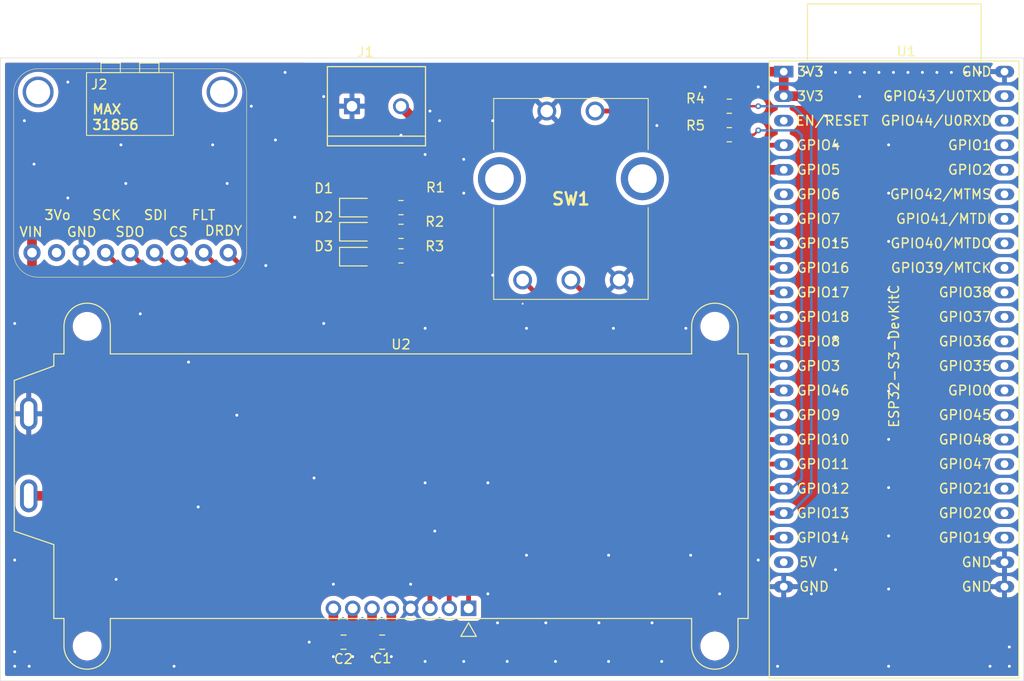
<source format=kicad_pcb>
(kicad_pcb (version 20241229) (generator "pcbnew") (generator_version "9.0")
  (title_block (title "Tube Furnace PCB") (date "2025-03-26") (rev "v2") (company "Waterloo Hacker Fab"))
  (layers (0 "F.Cu" signal) (2 "B.Cu" signal) (13 "F.Paste" user) (15 "B.Paste" user) (5 "F.SilkS" user "F.Silkscreen") (7 "B.SilkS" user "B.Silkscreen") (1 "F.Mask" user) (3 "B.Mask" user) (25 "Edge.Cuts" user))
  (net 0 "")
  (net 1 "GND")
  (net 2 "+3.3V")
  (net 3 "+5V")
  (net 4 "/SSR_PWM")
  (net 5 "Net-(D3-A)")
  (net 6 "Net-(D2-A)")
  (net 7 "Net-(D1-A)")
  (net 8 "Net-(U2-VOUT)")
  (net 9 "Net-(U2-C1+)")
  (net 10 "Net-(U2-C1-)")
  (net 11 "/SCL")
  (net 12 "/SDA")
  (net 13 "/ENC_B")
  (net 14 "/ENC_A")
  (net 15 "/ENC_SW")
  (net 16 "/MAX_SDO")
  (net 17 "/MAX_SCK")
  (net 18 "/MAX_DRDY")
  (net 19 "/MAX_3.3VOUT")
  (net 20 "/MAX_SDI")
  (net 21 "/MAX_CS")
  (net 22 "/MAX_FAULT")
  (net 23 "/DISPLAY_RST")
  (net 24 "/LED_1")
  (net 25 "/LED_2")
  (net 26 "/LED_3")
  (footprint "Diode_SMD:D_0805_2012Metric_Pad1.15x1.40mm_HandSolder" (layer "F.Cu") (at 121 76.5)
    (property "Reference" "D2" (hide yes))
    (property "Value" "LED")
    (fp_line (start -1.86 -0.96) (end -1.86 0.96) (stroke (width 0.12)) (layer "F.SilkS"))
    (fp_line (start -1.86 0.96) (end 1 0.96) (stroke (width 0.12)) (layer "F.SilkS"))
    (fp_line (start 1 -0.96) (end -1.86 -0.96) (stroke (width 0.12)) (layer "F.SilkS"))
    (pad "1" smd roundrect (at -1.025 0) (size 1.15 1.4) (layers "F.Cu" "F.Mask" "F.Paste") (roundrect_rratio 0.217391) (net 1 "GND"))
    (pad "2" smd roundrect (at 1.025 0) (size 1.15 1.4) (layers "F.Cu" "F.Mask" "F.Paste") (roundrect_rratio 0.217391) (net 6 "Net-(D2-A)"))
  )
  (footprint "phoenix_footprints:TE_282837-2" (layer "F.Cu") (at 122.96 63.5)
    (property "Reference" "J1" (at -1.127255 -5.614945 0) (layer "F.SilkS") (effects (font (size 1.002039 1.002039))))
    (property "Value" "Screw_Terminal_01x02")
    (fp_line (start -5.08 -4.1) (end 5.08 -4.1) (stroke (width 0.127)) (layer "F.SilkS"))
    (fp_line (start -5.08 3.1) (end -5.08 -4.1) (stroke (width 0.127)) (layer "F.SilkS"))
    (fp_line (start -5.08 3.1) (end 5.08 3.1) (stroke (width 0.127)) (layer "F.SilkS"))
    (fp_line (start -5.08 4.1) (end -5.08 3.1) (stroke (width 0.127)) (layer "F.SilkS"))
    (fp_line (start 5.08 -4.1) (end 5.08 3.1) (stroke (width 0.127)) (layer "F.SilkS"))
    (fp_line (start 5.08 3.1) (end 5.08 4.1) (stroke (width 0.127)) (layer "F.SilkS"))
    (fp_line (start 5.08 4.1) (end -5.08 4.1) (stroke (width 0.127)) (layer "F.SilkS"))
    (pad "1" thru_hole rect (at -2.54 0) (size 1.65 1.65) (drill 1.1) (layers "*.Cu" "*.Mask") (net 1 "GND"))
    (pad "2" thru_hole circle (at 2.54 0) (size 1.65 1.65) (drill 1.1) (layers "*.Cu" "*.Mask") (net 4 "/SSR_PWM"))
  )
  (footprint "Capacitor_SMD:C_0805_2012Metric" (layer "F.Cu") (at 123.55 119 180)
    (property "Reference" "C1" (at 0 -1.68 0) (layer "F.SilkS"))
    (property "Value" "1uF")
    (fp_line (start -0.261252 0.735) (end 0.261252 0.735) (stroke (width 0.12)) (layer "F.SilkS"))
    (fp_line (start -0.261252 -0.735) (end 0.261252 -0.735) (stroke (width 0.12)) (layer "F.SilkS"))
    (pad "1" smd roundrect (at -0.95 0 180) (size 1 1.45) (layers "F.Cu" "F.Mask" "F.Paste") (net 2 "+3.3V"))
    (pad "2" smd roundrect (at 0.95 0 180) (size 1 1.45) (layers "F.Cu" "F.Mask" "F.Paste") (net 8 "Net-(U2-VOUT)"))
  )
  (footprint "Resistor_SMD:R_0805_2012Metric_Pad1.20x1.40mm_HandSolder" (layer "F.Cu") (at 125.5 76.46 180)
    (property "Reference" "R2" (at -3.5 1 0) (layer "F.SilkS"))
    (property "Value" "220")
    (fp_line (start -0.227064 0.735) (end 0.227064 0.735) (stroke (width 0.12)) (layer "F.SilkS"))
    (fp_line (start -0.227064 -0.735) (end 0.227064 -0.735) (stroke (width 0.12)) (layer "F.SilkS"))
    (pad "1" smd roundrect (at -1 0 180) (size 1.2 1.4) (layers "F.Cu" "F.Mask" "F.Paste") (roundrect_rratio 0.208333) (net 25 "/LED_2"))
    (pad "2" smd roundrect (at 1 0 180) (size 1.2 1.4) (layers "F.Cu" "F.Mask" "F.Paste") (roundrect_rratio 0.208333) (net 6 "Net-(D2-A)"))
  )
  (footprint "Capacitor_SMD:C_0805_2012Metric" (layer "F.Cu") (at 119.55 119 180)
    (property "Reference" "C2" (at 0.008519 -1.745267 0) (layer "F.SilkS"))
    (property "Value" "1uF")
    (fp_line (start -0.261252 0.735) (end 0.261252 0.735) (stroke (width 0.12)) (layer "F.SilkS"))
    (fp_line (start -0.261252 -0.735) (end 0.261252 -0.735) (stroke (width 0.12)) (layer "F.SilkS"))
    (pad "1" smd roundrect (at -0.95 0 180) (size 1 1.45) (layers "F.Cu" "F.Mask" "F.Paste") (net 9 "Net-(U2-C1+)"))
    (pad "2" smd roundrect (at 0.95 0 180) (size 1 1.45) (layers "F.Cu" "F.Mask" "F.Paste") (net 10 "Net-(U2-C1-)"))
  )
  (footprint "Resistor_SMD:R_0805_2012Metric_Pad1.20x1.40mm_HandSolder" (layer "F.Cu") (at 125.5 79 180)
    (property "Reference" "R3" (at -3.5 1 0) (layer "F.SilkS"))
    (property "Value" "220")
    (fp_line (start -0.227064 0.735) (end 0.227064 0.735) (stroke (width 0.12)) (layer "F.SilkS"))
    (fp_line (start -0.227064 -0.735) (end 0.227064 -0.735) (stroke (width 0.12)) (layer "F.SilkS"))
    (pad "1" smd roundrect (at -1 0 180) (size 1.2 1.4) (layers "F.Cu" "F.Mask" "F.Paste") (roundrect_rratio 0.208333) (net 26 "/LED_3"))
    (pad "2" smd roundrect (at 1 0 180) (size 1.2 1.4) (layers "F.Cu" "F.Mask" "F.Paste") (roundrect_rratio 0.208333) (net 5 "Net-(D3-A)"))
  )
  (footprint "!footprints:PEC164120FS0012" (layer "F.Cu") (at 138.1 81.5)
    (property "Reference" "SW1" (at 5 -8.4 0) (layer "F.SilkS") (effects (font (size 1.27 1.27) (thickness 0.254))))
    (property "Value" "RotaryEncoder_Switch" (hide yes))
    (fp_line (start -3 -18.8) (end -3 -13.5) (stroke (width 0.1)) (layer "F.SilkS"))
    (fp_line (start -3 -7.5) (end -3 2) (stroke (width 0.1)) (layer "F.SilkS"))
    (fp_line (start -3 2) (end 13 2) (stroke (width 0.1)) (layer "F.SilkS"))
    (fp_line (start 0 2.4) (end 0 2.4) (stroke (width 0.1)) (layer "F.SilkS"))
    (fp_line (start 0 2.5) (end 0 2.5) (stroke (width 0.1)) (layer "F.SilkS"))
    (fp_line (start 13 -18.8) (end -3 -18.8) (stroke (width 0.1)) (layer "F.SilkS"))
    (fp_line (start 13 -13.5) (end 13 -18.8) (stroke (width 0.1)) (layer "F.SilkS"))
    (fp_line (start 13 2) (end 13 -7.5) (stroke (width 0.1)) (layer "F.SilkS"))
    (fp_arc (start 0 2.4) (mid 0.05 2.45) (end 0 2.5) (stroke (width 0.1)) (layer "F.SilkS"))
    (fp_arc (start 0 2.5) (mid -0.05 2.45) (end 0 2.4) (stroke (width 0.1)) (layer "F.SilkS"))
    (pad "A" thru_hole circle (at 0 0) (size 1.95 1.95) (drill 1.3) (layers "*.Cu" "*.Mask") (net 14 "/ENC_A"))
    (pad "B" thru_hole circle (at 5 0) (size 1.95 1.95) (drill 1.3) (layers "*.Cu" "*.Mask") (net 13 "/ENC_B"))
    (pad "C" thru_hole circle (at 10 0) (size 1.95 1.95) (drill 1.3) (layers "*.Cu" "*.Mask") (net 1 "GND"))
    (pad "MH1" thru_hole circle (at -2.4 -10.5) (size 4.46 4.46) (drill 2.9732) (layers "*.Cu" "*.Mask"))
    (pad "MH2" thru_hole circle (at 12.4 -10.5) (size 4.46 4.46) (drill 2.9732) (layers "*.Cu" "*.Mask"))
    (pad "S1" thru_hole circle (at 2.5 -17.5) (size 1.95 1.95) (drill 1.3) (layers "*.Cu" "*.Mask") (net 1 "GND"))
    (pad "S2" thru_hole circle (at 7.5 -17.5) (size 1.95 1.95) (drill 1.3) (layers "*.Cu" "*.Mask") (net 15 "/ENC_SW"))
  )
  (footprint "Diode_SMD:D_0805_2012Metric_Pad1.15x1.40mm_HandSolder" (layer "F.Cu") (at 121 79.08)
    (property "Reference" "D3" (hide yes))
    (property "Value" "LED")
    (fp_line (start -1.86 -0.96) (end -1.86 0.96) (stroke (width 0.12)) (layer "F.SilkS"))
    (fp_line (start -1.86 0.96) (end 1 0.96) (stroke (width 0.12)) (layer "F.SilkS"))
    (fp_line (start 1 -0.96) (end -1.86 -0.96) (stroke (width 0.12)) (layer "F.SilkS"))
    (pad "1" smd roundrect (at -1.025 0) (size 1.15 1.4) (layers "F.Cu" "F.Mask" "F.Paste") (roundrect_rratio 0.217391) (net 1 "GND"))
    (pad "2" smd roundrect (at 1.025 0) (size 1.15 1.4) (layers "F.Cu" "F.Mask" "F.Paste") (roundrect_rratio 0.217391) (net 5 "Net-(D3-A)"))
  )
  (footprint "Resistor_SMD:R_0805_2012Metric_Pad1.20x1.40mm_HandSolder" (layer "F.Cu") (at 159.5 66.45)
    (property "Reference" "R5" (at -3.5 -0.95 0) (layer "F.SilkS"))
    (property "Value" "4.7k")
    (fp_line (start -0.227064 -0.735) (end 0.227064 -0.735) (stroke (width 0.12)) (layer "F.SilkS"))
    (fp_line (start -0.227064 0.735) (end 0.227064 0.735) (stroke (width 0.12)) (layer "F.SilkS"))
    (pad "1" smd roundrect (at -1 0) (size 1.2 1.4) (layers "F.Cu" "F.Mask" "F.Paste") (roundrect_rratio 0.208333) (net 2 "+3.3V"))
    (pad "2" smd roundrect (at 1 0) (size 1.2 1.4) (layers "F.Cu" "F.Mask" "F.Paste") (roundrect_rratio 0.208333) (net 12 "/SDA"))
  )
  (footprint "Resistor_SMD:R_0805_2012Metric_Pad1.20x1.40mm_HandSolder" (layer "F.Cu") (at 159.5 63.5)
    (property "Reference" "R4" (at -3.5 -0.8 0) (layer "F.SilkS"))
    (property "Value" "4.7k")
    (fp_line (start -0.227064 -0.735) (end 0.227064 -0.735) (stroke (width 0.12)) (layer "F.SilkS"))
    (fp_line (start -0.227064 0.735) (end 0.227064 0.735) (stroke (width 0.12)) (layer "F.SilkS"))
    (pad "1" smd roundrect (at -1 0) (size 1.2 1.4) (layers "F.Cu" "F.Mask" "F.Paste") (roundrect_rratio 0.208333) (net 2 "+3.3V"))
    (pad "2" smd roundrect (at 1 0) (size 1.2 1.4) (layers "F.Cu" "F.Mask" "F.Paste") (roundrect_rratio 0.208333) (net 11 "/SCL"))
  )
  (footprint "Diode_SMD:D_0805_2012Metric_Pad1.15x1.40mm_HandSolder" (layer "F.Cu") (at 121 74)
    (property "Reference" "D1" (hide yes))
    (property "Value" "LED")
    (fp_line (start -1.86 -0.96) (end -1.86 0.96) (stroke (width 0.12)) (layer "F.SilkS"))
    (fp_line (start -1.86 0.96) (end 1 0.96) (stroke (width 0.12)) (layer "F.SilkS"))
    (fp_line (start 1 -0.96) (end -1.86 -0.96) (stroke (width 0.12)) (layer "F.SilkS"))
    (pad "1" smd roundrect (at -1.025 0) (size 1.15 1.4) (layers "F.Cu" "F.Mask" "F.Paste") (roundrect_rratio 0.217391) (net 1 "GND"))
    (pad "2" smd roundrect (at 1.025 0) (size 1.15 1.4) (layers "F.Cu" "F.Mask" "F.Paste") (roundrect_rratio 0.217391) (net 7 "Net-(D1-A)"))
  )
  (footprint "Display:NHD-C0220BiZ" (layer "F.Cu") (at 125.5 99.6)
    (property "Reference" "U2" (at 0 -11.43 0) (layer "F.SilkS"))
    (property "Value" "NHD-C0220BIZ")
    (fp_line (start -40.05 -7.7) (end -40.05 7.9) (stroke (width 0.12)) (layer "F.SilkS"))
    (fp_line (start -40.05 7.9) (end -35.95 9.3) (stroke (width 0.12)) (layer "F.SilkS"))
    (fp_line (start -35.95 -10.45) (end -35.95 -9.2) (stroke (width 0.12)) (layer "F.SilkS"))
    (fp_line (start -35.95 -9.2) (end -40.05 -7.7) (stroke (width 0.12)) (layer "F.SilkS"))
    (fp_line (start -35.95 9.3) (end -35.95 16.95) (stroke (width 0.12)) (layer "F.SilkS"))
    (fp_line (start -35.95 16.95) (end -34.9 16.95) (stroke (width 0.12)) (layer "F.SilkS"))
    (fp_line (start -34.9 -13.3) (end -34.9 -10.45) (stroke (width 0.12)) (layer "F.SilkS"))
    (fp_line (start -34.9 -10.45) (end -35.95 -10.45) (stroke (width 0.12)) (layer "F.SilkS"))
    (fp_line (start -34.9 16.95) (end -34.9 19.8) (stroke (width 0.12)) (layer "F.SilkS"))
    (fp_line (start -30.1 -10.45) (end -30.1 -13.3) (stroke (width 0.12)) (layer "F.SilkS"))
    (fp_line (start -30.1 16.95) (end 30.1 16.95) (stroke (width 0.12)) (layer "F.SilkS"))
    (fp_line (start -30.1 19.8) (end -30.1 16.95) (stroke (width 0.12)) (layer "F.SilkS"))
    (fp_line (start 6.2 18.8) (end 7 17.4) (stroke (width 0.12)) (layer "F.SilkS"))
    (fp_line (start 6.2 18.8) (end 7.8 18.8) (stroke (width 0.12)) (layer "F.SilkS"))
    (fp_line (start 7 17.4) (end 7.8 18.8) (stroke (width 0.12)) (layer "F.SilkS"))
    (fp_line (start 30.1 -13.3) (end 30.1 -10.45) (stroke (width 0.12)) (layer "F.SilkS"))
    (fp_line (start 30.1 -10.45) (end -30.1 -10.45) (stroke (width 0.12)) (layer "F.SilkS"))
    (fp_line (start 30.1 16.95) (end 30.1 19.8) (stroke (width 0.12)) (layer "F.SilkS"))
    (fp_line (start 34.9 -10.45) (end 34.9 -13.3) (stroke (width 0.12)) (layer "F.SilkS"))
    (fp_line (start 34.9 16.95) (end 35.95 16.95) (stroke (width 0.12)) (layer "F.SilkS"))
    (fp_line (start 34.9 19.8) (end 34.9 16.95) (stroke (width 0.12)) (layer "F.SilkS"))
    (fp_line (start 35.95 -10.45) (end 34.9 -10.45) (stroke (width 0.12)) (layer "F.SilkS"))
    (fp_line (start 35.95 16.95) (end 35.95 -10.45) (stroke (width 0.12)) (layer "F.SilkS"))
    (fp_arc (start -34.9 -13.3) (mid -32.5 -15.7) (end -30.1 -13.3) (stroke (width 0.12)) (layer "F.SilkS"))
    (fp_arc (start -30.1 19.8) (mid -32.5 22.2) (end -34.9 19.8) (stroke (width 0.12)) (layer "F.SilkS"))
    (fp_arc (start 30.1 -13.3) (mid 32.5 -15.7) (end 34.9 -13.3) (stroke (width 0.12)) (layer "F.SilkS"))
    (fp_arc (start 34.9 19.8) (mid 32.5 22.2) (end 30.1 19.8) (stroke (width 0.12)) (layer "F.SilkS"))
    (pad "" np_thru_hole circle (at -32.5 -13.3) (size 2.5 2.5) (drill 2.5) (layers "*.Cu" "*.Mask"))
    (pad "" np_thru_hole circle (at -32.5 19.8) (size 2.5 2.5) (drill 2.5) (layers "*.Cu" "*.Mask"))
    (pad "" np_thru_hole circle (at 32.5 -13.3) (size 2.5 2.5) (drill 2.5) (layers "*.Cu" "*.Mask"))
    (pad "" np_thru_hole circle (at 32.5 19.8) (size 2.5 2.5) (drill 2.5) (layers "*.Cu" "*.Mask"))
    (pad "1" thru_hole rect (at 7 15.9) (size 1.6 1.6) (drill 1) (layers "*.Cu" "*.Mask") (net 23 "/DISPLAY_RST"))
    (pad "2" thru_hole circle (at 5 15.9) (size 1.6 1.6) (drill 1) (layers "*.Cu" "*.Mask") (net 11 "/SCL"))
    (pad "3" thru_hole circle (at 3 15.9) (size 1.6 1.6) (drill 1) (layers "*.Cu" "*.Mask") (net 12 "/SDA"))
    (pad "4" thru_hole circle (at 1 15.9) (size 1.6 1.6) (drill 1) (layers "*.Cu" "*.Mask") (net 1 "GND"))
    (pad "5" thru_hole circle (at -1 15.9) (size 1.6 1.6) (drill 1) (layers "*.Cu" "*.Mask") (net 2 "+3.3V"))
    (pad "6" thru_hole circle (at -3 15.9) (size 1.6 1.6) (drill 1) (layers "*.Cu" "*.Mask") (net 8 "Net-(U2-VOUT)"))
    (pad "7" thru_hole circle (at -5 15.9) (size 1.6 1.6) (drill 1) (layers "*.Cu" "*.Mask") (net 9 "Net-(U2-C1+)"))
    (pad "8" thru_hole circle (at -7 15.9) (size 1.6 1.6) (drill 1) (layers "*.Cu" "*.Mask") (net 10 "Net-(U2-C1-)"))
    (pad "9" thru_hole oval (at -38.55 4.25) (size 1.8 3.4) (drill oval 1 2.6) (layers "*.Cu" "*.Mask") (net 2 "+3.3V"))
    (pad "10" thru_hole oval (at -38.55 -4.25) (size 1.8 3.4) (drill oval 1 2.6) (layers "*.Cu" "*.Mask") (net 1 "GND"))
  )
  (footprint "PCM_Espressif:ESP32-S3-DevKitC" (layer "F.Cu") (at 165.14 59.92)
    (property "Reference" "U1" (at 12.7 -2.1 0) (layer "F.SilkS"))
    (property "Value" "ESP32-S3-DevKitC" (at 11.42632 29.46128 90) (layer "F.SilkS"))
    (fp_line (start -1.5 62.79728) (end 24.359999 62.79728) (stroke (width 0.12)) (layer "F.SilkS"))
    (fp_line (start -1.499999 -1.1) (end -1.5 62.79728) (stroke (width 0.12)) (layer "F.SilkS"))
    (fp_line (start 2.46012 -7.01312) (end 20.44332 -7.01312) (stroke (width 0.12)) (layer "F.SilkS"))
    (fp_line (start 2.46012 -1.12032) (end 2.46012 -7.01312) (stroke (width 0.12)) (layer "F.SilkS"))
    (fp_line (start 20.44332 -7.01312) (end 20.44332 -1.12032) (stroke (width 0.12)) (layer "F.SilkS"))
    (fp_line (start 24.359999 62.79728) (end 24.36 -1.1) (stroke (width 0.12)) (layer "F.SilkS"))
    (fp_line (start 24.36 -1.1) (end -1.499999 -1.1) (stroke (width 0.12)) (layer "F.SilkS"))
    (fp_text user "GPIO47" (at 21.59 40.64 0) (layer "F.SilkS") (effects (justify right)))
    (fp_text user "3V3" (at 1.27 0 0) (layer "F.SilkS") (effects (justify left)))
    (fp_text user "GPIO18" (at 1.27 25.4 0) (layer "F.SilkS") (effects (justify left)))
    (fp_text user "GND" (at 1.52032 53.33728 0) (layer "F.SilkS") (effects (justify left)))
    (fp_text user "GPIO12" (at 1.27 43.18 0) (layer "F.SilkS") (effects (justify left)))
    (fp_text user "GPIO11" (at 1.27 40.64 0) (layer "F.SilkS") (effects (justify left)))
    (fp_text user "GPIO48" (at 21.59 38.1 0) (layer "F.SilkS") (effects (justify right)))
    (fp_text user "GPIO2" (at 21.59 10.16 0) (layer "F.SilkS") (effects (justify right)))
    (fp_text user "GPIO36" (at 21.59 27.94 0) (layer "F.SilkS") (effects (justify right)))
    (fp_text user "3V3" (at 1.27 2.54 0) (layer "F.SilkS") (effects (justify left)))
    (fp_text user "GPIO40/MTDO" (at 21.59 17.78 0) (layer "F.SilkS") (effects (justify right)))
    (fp_text user "GPIO9" (at 1.27 35.56 0) (layer "F.SilkS") (effects (justify left)))
    (fp_text user "GND" (at 21.59 50.8 0) (layer "F.SilkS") (effects (justify right)))
    (fp_text user "GPIO17" (at 1.27 22.86 0) (layer "F.SilkS") (effects (justify left)))
    (fp_text user "GPIO21" (at 21.59 43.18 0) (layer "F.SilkS") (effects (justify right)))
    (fp_text user "GPIO6" (at 1.27 12.7 0) (layer "F.SilkS") (effects (justify left)))
    (fp_text user "GPIO5" (at 1.27 10.16 0) (layer "F.SilkS") (effects (justify left)))
    (fp_text user "GPIO19" (at 21.59 48.26 0) (layer "F.SilkS") (effects (justify right)))
    (fp_text user "GPIO37" (at 21.59 25.4 0) (layer "F.SilkS") (effects (justify right)))
    (fp_text user "GPIO20" (at 21.59 45.72 0) (layer "F.SilkS") (effects (justify right)))
    (fp_text user "GPIO38" (at 21.59 22.86 0) (layer "F.SilkS") (effects (justify right)))
    (fp_text user "GPIO7" (at 1.27 15.24 0) (layer "F.SilkS") (effects (justify left)))
    (fp_text user "GPIO39/MTCK" (at 21.59 20.32 0) (layer "F.SilkS") (effects (justify right)))
    (fp_text user "5V" (at 1.52032 50.79728 0) (layer "F.SilkS") (effects (justify left)))
    (fp_text user "GPIO44/U0RXD" (at 21.59 5.08 0) (layer "F.SilkS") (effects (justify right)))
    (fp_text user "GPIO0" (at 21.59 33.02 0) (layer "F.SilkS") (effects (justify right)))
    (fp_text user "GND" (at 21.59 0 0) (layer "F.SilkS") (effects (justify right)))
    (fp_text user "GPIO42/MTMS" (at 21.59 12.7 0) (layer "F.SilkS") (effects (justify right)))
    (fp_text user "GPIO4" (at 1.27 7.62 0) (layer "F.SilkS") (effects (justify left)))
    (fp_text user "GPIO10" (at 1.27 38.1 0) (layer "F.SilkS") (effects (justify left)))
    (fp_text user "GPIO13" (at 1.27 45.72 0) (layer "F.SilkS") (effects (justify left)))
    (fp_text user "GPIO46" (at 1.27 33.02 0) (layer "F.SilkS") (effects (justify left)))
    (fp_text user "GPIO8" (at 1.27 27.94 0) (layer "F.SilkS") (effects (justify left)))
    (fp_text user "GPIO41/MTDI" (at 21.59 15.24 0) (layer "F.SilkS") (effects (justify right)))
    (fp_text user "GPIO15" (at 1.27 17.78 0) (layer "F.SilkS") (effects (justify left)))
    (fp_text user "GPIO35" (at 21.59 30.48 0) (layer "F.SilkS") (effects (justify right)))
    (fp_text user "GND" (at 21.59 53.34 0) (layer "F.SilkS") (effects (justify right)))
    (fp_text user "GPIO14" (at 1.27 48.26 0) (layer "F.SilkS") (effects (justify left)))
    (fp_text user "GPIO1" (at 21.59 7.62 0) (layer "F.SilkS") (effects (justify right)))
    (fp_text user "GPIO43/U0TXD" (at 21.59 2.54 0) (layer "F.SilkS") (effects (justify right)))
    (fp_text user "GPIO45" (at 21.59 35.56 0) (layer "F.SilkS") (effects (justify right)))
    (fp_text user "GPIO16" (at 1.27 20.32 0) (layer "F.SilkS") (effects (justify left)))
    (fp_text user "GPIO3" (at 1.27 30.48 0) (layer "F.SilkS") (effects (justify left)))
    (fp_text user "EN/RESET" (at 8.88632 5.07728 0) (layer "F.SilkS") (effects (justify right)))
    (pad "1" thru_hole rect (at 0 0 270) (size 1.2 2) (drill 0.8) (layers "*.Cu" "*.Mask") (net 2 "+3.3V"))
    (pad "2" thru_hole oval (at 0 2.54 270) (size 1.2 2) (drill 0.8) (layers "*.Cu" "*.Mask") (net 2 "+3.3V"))
    (pad "3" thru_hole oval (at 0 5.08 270) (size 1.2 2) (drill 0.8) (layers "*.Cu" "*.Mask"))
    (pad "4" thru_hole oval (at 0 7.62 270) (size 1.2 2) (drill 0.8) (layers "*.Cu" "*.Mask") (net 15 "/ENC_SW"))
    (pad "5" thru_hole oval (at 0 10.16 270) (size 1.2 2) (drill 0.8) (layers "*.Cu" "*.Mask") (net 4 "/SSR_PWM"))
    (pad "6" thru_hole oval (at 0 12.7 270) (size 1.2 2) (drill 0.8) (layers "*.Cu" "*.Mask"))
    (pad "7" thru_hole oval (at 0 15.24 270) (size 1.2 2) (drill 0.8) (layers "*.Cu" "*.Mask") (net 24 "/LED_1"))
    (pad "8" thru_hole oval (at 0 17.78 270) (size 1.2 2) (drill 0.8) (layers "*.Cu" "*.Mask") (net 25 "/LED_2"))
    (pad "9" thru_hole oval (at 0 20.32 270) (size 1.2 2) (drill 0.8) (layers "*.Cu" "*.Mask") (net 26 "/LED_3"))
    (pad "10" thru_hole oval (at 0 22.86 270) (size 1.2 2) (drill 0.8) (layers "*.Cu" "*.Mask") (net 13 "/ENC_B"))
    (pad "11" thru_hole oval (at 0 25.4 270) (size 1.2 2) (drill 0.8) (layers "*.Cu" "*.Mask") (net 14 "/ENC_A"))
    (pad "12" thru_hole oval (at 0 27.94 270) (size 1.2 2) (drill 0.8) (layers "*.Cu" "*.Mask") (net 18 "/MAX_DRDY"))
    (pad "13" thru_hole oval (at 0 30.48 270) (size 1.2 2) (drill 0.8) (layers "*.Cu" "*.Mask") (net 22 "/MAX_FAULT"))
    (pad "14" thru_hole oval (at 0 33.02 270) (size 1.2 2) (drill 0.8) (layers "*.Cu" "*.Mask") (net 21 "/MAX_CS"))
    (pad "15" thru_hole oval (at 0 35.56 270) (size 1.2 2) (drill 0.8) (layers "*.Cu" "*.Mask") (net 20 "/MAX_SDI"))
    (pad "16" thru_hole oval (at 0 38.1 270) (size 1.2 2) (drill 0.8) (layers "*.Cu" "*.Mask") (net 16 "/MAX_SDO"))
    (pad "17" thru_hole oval (at 0 40.64 270) (size 1.2 2) (drill 0.8) (layers "*.Cu" "*.Mask") (net 17 "/MAX_SCK"))
    (pad "18" thru_hole oval (at 0 43.18 270) (size 1.2 2) (drill 0.8) (layers "*.Cu" "*.Mask") (net 12 "/SDA"))
    (pad "19" thru_hole oval (at 0 45.72 270) (size 1.2 2) (drill 0.8) (layers "*.Cu" "*.Mask") (net 11 "/SCL"))
    (pad "20" thru_hole oval (at -0.00368 48.25728 270) (size 1.2 2) (drill 0.8) (layers "*.Cu" "*.Mask") (net 23 "/DISPLAY_RST"))
    (pad "21" thru_hole oval (at -0.00368 50.79728 270) (size 1.2 2) (drill 0.8) (layers "*.Cu" "*.Mask") (net 3 "+5V"))
    (pad "22" thru_hole oval (at -0.00368 53.33728 270) (size 1.2 2) (drill 0.8) (layers "*.Cu" "*.Mask") (net 1 "GND"))
    (pad "23" thru_hole oval (at 22.86 53.34 270) (size 1.2 2) (drill 0.8) (layers "*.Cu" "*.Mask") (net 1 "GND"))
    (pad "24" thru_hole oval (at 22.86 50.8 270) (size 1.2 2) (drill 0.8) (layers "*.Cu" "*.Mask") (net 1 "GND"))
    (pad "25" thru_hole oval (at 22.86 48.26 270) (size 1.2 2) (drill 0.8) (layers "*.Cu" "*.Mask"))
    (pad "26" thru_hole oval (at 22.86 45.72 270) (size 1.2 2) (drill 0.8) (layers "*.Cu" "*.Mask"))
    (pad "27" thru_hole oval (at 22.86 43.18 270) (size 1.2 2) (drill 0.8) (layers "*.Cu" "*.Mask"))
    (pad "28" thru_hole oval (at 22.86 40.64 270) (size 1.2 2) (drill 0.8) (layers "*.Cu" "*.Mask"))
    (pad "29" thru_hole oval (at 22.86 38.1 270) (size 1.2 2) (drill 0.8) (layers "*.Cu" "*.Mask"))
    (pad "30" thru_hole oval (at 22.86 35.56 270) (size 1.2 2) (drill 0.8) (layers "*.Cu" "*.Mask"))
    (pad "31" thru_hole oval (at 22.86 33.02 270) (size 1.2 2) (drill 0.8) (layers "*.Cu" "*.Mask"))
    (pad "32" thru_hole oval (at 22.86 30.48 270) (size 1.2 2) (drill 0.8) (layers "*.Cu" "*.Mask"))
    (pad "33" thru_hole oval (at 22.86 27.94 270) (size 1.2 2) (drill 0.8) (layers "*.Cu" "*.Mask"))
    (pad "34" thru_hole oval (at 22.86 25.4 270) (size 1.2 2) (drill 0.8) (layers "*.Cu" "*.Mask"))
    (pad "35" thru_hole oval (at 22.86 22.86 270) (size 1.2 2) (drill 0.8) (layers "*.Cu" "*.Mask"))
    (pad "36" thru_hole oval (at 22.86 20.32 270) (size 1.2 2) (drill 0.8) (layers "*.Cu" "*.Mask"))
    (pad "37" thru_hole oval (at 22.86 17.78 270) (size 1.2 2) (drill 0.8) (layers "*.Cu" "*.Mask"))
    (pad "38" thru_hole oval (at 22.86 15.24 270) (size 1.2 2) (drill 0.8) (layers "*.Cu" "*.Mask"))
    (pad "39" thru_hole oval (at 22.86 12.7 270) (size 1.2 2) (drill 0.8) (layers "*.Cu" "*.Mask"))
    (pad "40" thru_hole oval (at 22.86 10.16 270) (size 1.2 2) (drill 0.8) (layers "*.Cu" "*.Mask"))
    (pad "41" thru_hole oval (at 22.86 7.62 270) (size 1.2 2) (drill 0.8) (layers "*.Cu" "*.Mask"))
    (pad "42" thru_hole oval (at 22.86 5.08 270) (size 1.2 2) (drill 0.8) (layers "*.Cu" "*.Mask"))
    (pad "43" thru_hole oval (at 22.86 2.54 270) (size 1.2 2) (drill 0.8) (layers "*.Cu" "*.Mask"))
    (pad "44" thru_hole oval (at 22.86 0 270) (size 1.2 2) (drill 0.8) (layers "*.Cu" "*.Mask") (net 1 "GND"))
  )
  (footprint "!footprints:MAX31856_HEADER" (layer "F.Cu") (at 87.936314 62.019686)
    (property "Reference" "J2" (at 6.313686 -0.769686 0) (layer "F.SilkS"))
    (property "Value" "Conn_01x09_Socket")
    (fp_line (start -2.551314 16.648314) (end -2.551314 0.138314) (stroke (width 0.05)) (layer "F.SilkS"))
    (fp_line (start -0.011314 -2.401686) (end 19.038686 -2.401686) (stroke (width 0.05)) (layer "F.SilkS"))
    (fp_line (start 19.012586 19.191516) (end -0.037414 19.191516) (stroke (width 0.05)) (layer "F.SilkS"))
    (fp_line (start 21.578686 0.138314) (end 21.578686 16.648314) (stroke (width 0.05)) (layer "F.SilkS"))
    (fp_rect (start 5 -2) (end 14 4.5) (stroke (width 0.1)) (fill no) (layer "F.SilkS"))
    (fp_rect (start 6.5 -3) (end 8.5 -2) (stroke (width 0.1)) (fill no) (layer "F.SilkS"))
    (fp_rect (start 10.5 -3) (end 12.5 -2) (stroke (width 0.1)) (fill no) (layer "F.SilkS"))
    (fp_arc (start -2.551314 0.138314) (mid -1.807365 -1.657737) (end -0.011314 -2.401686) (stroke (width 0.05)) (layer "F.SilkS"))
    (fp_arc (start -0.011314 19.188314) (mid -1.807365 18.444365) (end -2.551314 16.648314) (stroke (width 0.05)) (layer "F.SilkS"))
    (fp_arc (start 19.038686 -2.401686) (mid 20.834741 -1.657741) (end 21.578686 0.138314) (stroke (width 0.05)) (layer "F.SilkS"))
    (fp_arc (start 21.578686 16.648314) (mid 20.834731 18.444351) (end 19.038686 19.188314) (stroke (width 0.05)) (layer "F.SilkS"))
    (fp_text user "SCK" (at 7.08 12.75 0) (layer "F.SilkS") (effects (font (thickness 0.1524))))
    (fp_text user "SDI" (at 12.16 12.75 0) (layer "F.SilkS") (effects (font (thickness 0.1524))))
    (fp_text user "GND" (at 4.5 14.5 0) (layer "F.SilkS") (effects (font (thickness 0.1524))))
    (fp_text user "FLT" (at 17.113 12.75 0) (layer "F.SilkS") (effects (font (thickness 0.1524))))
    (fp_text user "3Vo" (at 2 12.75 0) (layer "F.SilkS") (effects (font (thickness 0.1524))))
    (fp_text user "CS" (at 14.5 14.5 0) (layer "F.SilkS") (effects (font (thickness 0.1524))))
    (fp_text user "SDO" (at 9.5 14.5 0) (layer "F.SilkS") (effects (font (thickness 0.1524))))
    (fp_text user "DRDY" (at 19.193 14.375686 0) (layer "F.SilkS") (effects (font (thickness 0.1524))))
    (fp_text user "VIN" (at -0.75 14.5 0) (layer "F.SilkS") (effects (font (thickness 0.1524))))
    (fp_text user "MAX\n31856" (at 5.5 4 0) (layer "F.SilkS") (effects (font (thickness 0.1905)) (justify left bottom)))
    (pad "1" thru_hole circle (at 19.673686 16.648314 270) (size 1.778 1.778) (drill 1) (layers "*.Cu" "*.Mask") (net 18 "/MAX_DRDY"))
    (pad "2" thru_hole circle (at 17.133686 16.648314 270) (size 1.778 1.778) (drill 1) (layers "*.Cu" "*.Mask") (net 22 "/MAX_FAULT"))
    (pad "3" thru_hole circle (at 14.593686 16.648314 270) (size 1.778 1.778) (drill 1) (layers "*.Cu" "*.Mask") (net 21 "/MAX_CS"))
    (pad "4" thru_hole circle (at 12.053686 16.648314 270) (size 1.778 1.778) (drill 1) (layers "*.Cu" "*.Mask") (net 20 "/MAX_SDI"))
    (pad "5" thru_hole circle (at 9.513686 16.648314 270) (size 1.778 1.778) (drill 1) (layers "*.Cu" "*.Mask") (net 16 "/MAX_SDO"))
    (pad "6" thru_hole circle (at 6.973686 16.648314 270) (size 1.778 1.778) (drill 1) (layers "*.Cu" "*.Mask") (net 17 "/MAX_SCK"))
    (pad "7" thru_hole circle (at 4.433686 16.648314 270) (size 1.778 1.778) (drill 1) (layers "*.Cu" "*.Mask") (net 1 "GND"))
    (pad "8" thru_hole circle (at 1.893686 16.648314 270) (size 1.778 1.778) (drill 1) (layers "*.Cu" "*.Mask") (net 19 "/MAX_3.3VOUT"))
    (pad "9" thru_hole circle (at -0.646314 16.648314 270) (size 1.778 1.778) (drill 1) (layers "*.Cu" "*.Mask") (net 2 "+3.3V"))
    (pad "P$1" thru_hole circle (at -0.011314 0.011314) (size 3.2 3.2) (drill 2.5) (layers "*.Cu" "*.Mask"))
    (pad "P$1" thru_hole circle (at 19.038686 0.011314) (size 3.2 3.2) (drill 2.5) (layers "*.Cu" "*.Mask"))
    (zone (net 0) (net_name "") (layer "F.Cu") (connect_pads (clearance 0)) (min_thickness 0.25)
      (keepout (tracks not_allowed) (vias not_allowed) (pads not_allowed) (copperpour not_allowed) (footprints allowed))
      (fill (thermal_gap 0.5) (thermal_bridge_width 0.5))
      (polygon (pts (xy 89.941 62.031) (xy 89.92138 61.750427) (xy 89.862904 61.475315) (xy 89.766708 61.211019) (xy 89.660954 61.012126) (xy 89.530197 60.766208) (xy 89.273967 60.53282) (xy 89.052333 60.35966) (xy 88.808756 60.219031) (xy 88.547978 60.11367) (xy 88.275075 60.045628) (xy 87.995357 60.016228) (xy 87.714271 60.026044) (xy 87.437285 60.074884) (xy 87.169793 60.161797) (xy 86.917 60.285093) (xy 86.683826 60.44237) (xy 86.474811 60.630569) (xy 86.294022 60.846025) (xy 86.144978 61.084545) (xy 86.03058 61.341487) (xy 85.953054 61.61185) (xy 85.913911 61.890371) (xy 85.913911 62.171629) (xy 85.953054 62.45015) (xy 86.03058 62.720513) (xy 86.144978 62.977455) (xy 86.294022 63.215975) (xy 86.474811 63.431431) (xy 86.683826 63.61963) (xy 86.917 63.776907) (xy 87.169793 63.900203) (xy 87.437285 63.987116) (xy 87.714271 64.035956) (xy 87.995357 64.045772) (xy 88.275075 64.016372) (xy 88.547978 63.94833) (xy 88.808756 63.842969) (xy 89.052333 63.70234) (xy 89.273967 63.52918) (xy 89.469346 63.32686) (xy 89.634665 63.099317) (xy 89.766708 62.850981) (xy 89.862904 62.586685) (xy 89.92138 62.311573)))
      (polygon (pts (xy 87.909 62.031) (xy 87.913686 62.042314) (xy 87.925 62.047) (xy 87.936314 62.042314) (xy 87.941 62.031) (xy 87.936314 62.019686) (xy 87.925 62.015) (xy 87.913686 62.019686)))
    )
    (zone (net 0) (net_name "") (layer "F.Cu") (connect_pads (clearance 0)) (min_thickness 0.25)
      (keepout (tracks not_allowed) (vias not_allowed) (pads not_allowed) (copperpour not_allowed) (footprints allowed))
      (fill (thermal_gap 0.5) (thermal_bridge_width 0.5))
      (polygon (pts (xy 108.991 62.031) (xy 108.97138 61.750427) (xy 108.912904 61.475315) (xy 108.816708 61.211019) (xy 108.684665 60.962683) (xy 108.519346 60.73514) (xy 108.323967 60.53282) (xy 108.102333 60.35966) (xy 107.858756 60.219031) (xy 107.597978 60.11367) (xy 107.325075 60.045628) (xy 107.045357 60.016228) (xy 106.764271 60.026044) (xy 106.487285 60.074884) (xy 106.219793 60.161797) (xy 105.967 60.285093) (xy 105.733826 60.44237) (xy 105.524811 60.630569) (xy 105.344022 60.846025) (xy 105.194978 61.084545) (xy 105.08058 61.341487) (xy 105.003054 61.61185) (xy 104.963911 61.890371) (xy 104.963911 62.171629) (xy 105.003054 62.45015) (xy 105.08058 62.720513) (xy 105.194978 62.977455) (xy 105.344022 63.215975) (xy 105.524811 63.431431) (xy 105.733826 63.61963) (xy 105.967 63.776907) (xy 106.219793 63.900203) (xy 106.487285 63.987116) (xy 106.764271 64.035956) (xy 107.045357 64.045772) (xy 107.325075 64.016372) (xy 107.597978 63.94833) (xy 107.858756 63.842969) (xy 108.102333 63.70234) (xy 108.323967 63.52918) (xy 108.519346 63.32686) (xy 108.684665 63.099317) (xy 108.816708 62.850981) (xy 108.912904 62.586685) (xy 108.97138 62.311573)))
      (polygon (pts (xy 106.959 62.031) (xy 106.963686 62.042314) (xy 106.975 62.047) (xy 106.986314 62.042314) (xy 106.991 62.031) (xy 106.986314 62.019686) (xy 106.975 62.015) (xy 106.963686 62.019686)))
    )
    (zone (net 0) (net_name "") (layer "B.Cu") (connect_pads (clearance 0)) (min_thickness 0.25)
      (keepout (tracks not_allowed) (vias not_allowed) (pads not_allowed) (copperpour not_allowed) (footprints allowed))
      (fill (thermal_gap 0.5) (thermal_bridge_width 0.5))
      (polygon (pts (xy 89.941 62.031) (xy 89.92138 61.750427) (xy 89.862904 61.475315) (xy 89.766708 61.211019) (xy 89.634665 60.962683) (xy 89.469346 60.73514) (xy 89.273967 60.53282) (xy 89.052333 60.35966) (xy 88.808756 60.219031) (xy 88.547978 60.11367) (xy 88.275075 60.045628) (xy 87.995357 60.016228) (xy 87.714271 60.026044) (xy 87.437285 60.074884) (xy 87.169793 60.161797) (xy 86.917 60.285093) (xy 86.683826 60.44237) (xy 86.474811 60.630569) (xy 86.294022 60.846025) (xy 86.144978 61.084545) (xy 86.03058 61.341487) (xy 85.953054 61.61185) (xy 85.913911 61.890371) (xy 85.913911 62.171629) (xy 85.953054 62.45015) (xy 86.03058 62.720513) (xy 86.144978 62.977455) (xy 86.294022 63.215975) (xy 86.474811 63.431431) (xy 86.683826 63.61963) (xy 86.917 63.776907) (xy 87.169793 63.900203) (xy 87.437285 63.987116) (xy 87.714271 64.035956) (xy 87.995357 64.045772) (xy 88.275075 64.016372) (xy 88.547978 63.94833) (xy 88.808756 63.842969) (xy 89.052333 63.70234) (xy 89.273967 63.52918) (xy 89.469346 63.32686) (xy 89.634665 63.099317) (xy 89.766708 62.850981) (xy 89.862904 62.586685) (xy 89.92138 62.311573)))
      (polygon (pts (xy 87.909 62.031) (xy 87.913686 62.042314) (xy 87.925 62.047) (xy 87.936314 62.042314) (xy 87.941 62.031) (xy 87.936314 62.019686) (xy 87.925 62.015) (xy 87.913686 62.019686)))
    )
    (zone (net 0) (net_name "") (layer "B.Cu") (connect_pads (clearance 0)) (min_thickness 0.25)
      (keepout (tracks not_allowed) (vias not_allowed) (pads not_allowed) (copperpour not_allowed) (footprints allowed))
      (fill (thermal_gap 0.5) (thermal_bridge_width 0.5))
      (polygon (pts (xy 108.991 62.031) (xy 108.97138 61.750427) (xy 108.912904 61.475315) (xy 108.816708 61.211019) (xy 108.684665 60.962683) (xy 108.519346 60.73514) (xy 108.323967 60.53282) (xy 108.102333 60.35966) (xy 107.858756 60.219031) (xy 107.597978 60.11367) (xy 107.325075 60.045628) (xy 107.045357 60.016228) (xy 106.764271 60.026044) (xy 106.487285 60.074884) (xy 106.219793 60.161797) (xy 105.967 60.285093) (xy 105.733826 60.44237) (xy 105.524811 60.630569) (xy 105.344022 60.846025) (xy 105.194978 61.084545) (xy 105.08058 61.341487) (xy 105.003054 61.61185) (xy 104.963911 61.890371) (xy 104.963911 62.171629) (xy 105.003054 62.45015) (xy 105.08058 62.720513) (xy 105.194978 62.977455) (xy 105.344022 63.215975) (xy 105.524811 63.431431) (xy 105.733826 63.61963) (xy 105.967 63.776907) (xy 106.219793 63.900203) (xy 106.487285 63.987116) (xy 106.764271 64.035956) (xy 107.045357 64.045772) (xy 107.325075 64.016372) (xy 107.597978 63.94833) (xy 107.858756 63.842969) (xy 108.102333 63.70234) (xy 108.323967 63.52918) (xy 108.519346 63.32686) (xy 108.684665 63.099317) (xy 108.816708 62.850981) (xy 108.912904 62.586685) (xy 108.97138 62.311573)))
      (polygon (pts (xy 106.959 62.031) (xy 106.963686 62.042314) (xy 106.975 62.047) (xy 106.986314 62.042314) (xy 106.991 62.031) (xy 106.986314 62.019686) (xy 106.975 62.015) (xy 106.963686 62.019686)))
    )
  )
  (footprint "Resistor_SMD:R_0805_2012Metric_Pad1.20x1.40mm_HandSolder" (layer "F.Cu") (at 125.5 74 180)
    (property "Reference" "R1" (hide yes))
    (property "Value" "220")
    (fp_line (start -0.227064 0.735) (end 0.227064 0.735) (stroke (width 0.12)) (layer "F.SilkS"))
    (fp_line (start -0.227064 -0.735) (end 0.227064 -0.735) (stroke (width 0.12)) (layer "F.SilkS"))
    (pad "1" smd roundrect (at -1 0 180) (size 1.2 1.4) (layers "F.Cu" "F.Mask" "F.Paste") (roundrect_rratio 0.208333) (net 24 "/LED_1"))
    (pad "2" smd roundrect (at 1 0 180) (size 1.2 1.4) (layers "F.Cu" "F.Mask" "F.Paste") (roundrect_rratio 0.208333) (net 7 "Net-(D1-A)"))
  )
  (gr_rect (start 84 58.5) (end 190 123) (stroke (width 0.05)) (fill no) (layer "Edge.Cuts"))
  (gr_text "D3" (at 117.5 78 0) (layer "F.SilkS") (effects (font (size 1 1))))
  (gr_text "D1" (at 117.5 72 0) (layer "F.SilkS") (effects (font (size 1 1))))
  (gr_text "D2" (at 117.5 75 0) (layer "F.SilkS") (effects (font (size 1 1))))
  (gr_text "R1" (at 128 72.5 0) (layer "F.SilkS") (effects (font (size 1 1)) (justify left bottom)))
  (via (at 152.5 121) (size 0.6) (drill 0.3) (layers "F.Cu" "B.Cu") (net 1))
  (via (at 185.5 60) (size 0.6) (drill 0.3) (layers "F.Cu" "B.Cu") (net 1))
  (via (at 179.5 60) (size 0.6) (drill 0.3) (layers "F.Cu" "B.Cu") (net 1))
  (via (at 170.5 93) (size 0.6) (drill 0.3) (layers "F.Cu" "B.Cu") (net 1))
  (via (at 91 73) (size 0.6) (drill 0.3) (layers "F.Cu" "B.Cu") (net 1))
  (via (at 98.5 85) (size 0.6) (drill 0.3) (layers "F.Cu" "B.Cu") (net 1))
  (via (at 96.5 67.5) (size 0.6) (drill 0.3) (layers "F.Cu" "B.Cu") (net 1))
  (via (at 140.5 117) (size 0.6) (drill 0.3) (layers "F.Cu" "B.Cu") (net 1))
  (via (at 132 121) (size 0.6) (drill 0.3) (layers "F.Cu" "B.Cu") (net 1))
  (via (at 132 72.5) (size 0.6) (drill 0.3) (layers "F.Cu" "B.Cu") (net 1))
  (via (at 162.5 110.5) (size 0.6) (drill 0.3) (layers "F.Cu" "B.Cu") (net 1))
  (via (at 170.5 60) (size 0.6) (drill 0.3) (layers "F.Cu" "B.Cu") (net 1))
  (via (at 85.5 121.5) (size 0.6) (drill 0.3) (layers "F.Cu" "B.Cu") (net 1))
  (via (at 172 60) (size 0.6) (drill 0.3) (layers "F.Cu" "B.Cu") (net 1))
  (via (at 182.5 60) (size 0.6) (drill 0.3) (layers "F.Cu" "B.Cu") (net 1))
  (via (at 122.5 120.5) (size 0.6) (drill 0.3) (layers "F.Cu" "B.Cu") (net 1))
  (via (at 170.5 103) (size 0.6) (drill 0.3) (layers "F.Cu" "B.Cu") (net 1))
  (via (at 176 77.5) (size 0.6) (drill 0.3) (layers "F.Cu" "B.Cu") (net 1))
  (via (at 176 87.5) (size 0.6) (drill 0.3) (layers "F.Cu" "B.Cu") (net 1))
  (via (at 96 112.5) (size 0.6) (drill 0.3) (layers "F.Cu" "B.Cu") (net 1))
  (via (at 169.02461 59.973958) (size 0.6) (drill 0.3) (layers "F.Cu" "B.Cu") (net 1))
  (via (at 141.5 121) (size 0.6) (drill 0.3) (layers "F.Cu" "B.Cu") (net 1))
  (via (at 186.5 121.5) (size 0.6) (drill 0.3) (layers "F.Cu" "B.Cu") (net 1))
  (via (at 116.5 102) (size 0.6) (drill 0.3) (layers "F.Cu" "B.Cu") (net 1))
  (via (at 176 98) (size 0.6) (drill 0.3) (layers "F.Cu" "B.Cu") (net 1))
  (via (at 170.5 72.5) (size 0.6) (drill 0.3) (layers "F.Cu" "B.Cu") (net 1))
  (via (at 126.5 113) (size 0.6) (drill 0.3) (layers "F.Cu" "B.Cu") (net 1))
  (via (at 176.5 60) (size 0.6) (drill 0.3) (layers "F.Cu" "B.Cu") (net 1))
  (via (at 152 65.5) (size 0.6) (drill 0.3) (layers "F.Cu" "B.Cu") (net 1))
  (via (at 135 65) (size 0.6) (drill 0.3) (layers "F.Cu" "B.Cu") (net 1))
  (via (at 188.5 119.5) (size 0.6) (drill 0.3) (layers "F.Cu" "B.Cu") (net 1))
  (via (at 164.5 121.5) (size 0.6) (drill 0.3) (layers "F.Cu" "B.Cu") (net 1))
  (via (at 87 121.5) (size 0.6) (drill 0.3) (layers "F.Cu" "B.Cu") (net 1))
  (via (at 128 86.5) (size 0.6) (drill 0.3) (layers "F.Cu" "B.Cu") (net 1))
  (via (at 147.5 86.5) (size 0.6) (drill 0.3) (layers "F.Cu" "B.Cu") (net 1))
  (via (at 178 60) (size 0.6) (drill 0.3) (layers "F.Cu" "B.Cu") (net 1))
  (via (at 175 60) (size 0.6) (drill 0.3) (layers "F.Cu" "B.Cu") (net 1))
  (via (at 125.5 66.5) (size 0.6) (drill 0.3) (layers "F.Cu" "B.Cu") (net 1))
  (via (at 136.5 121) (size 0.6) (drill 0.3) (layers "F.Cu" "B.Cu") (net 1))
  (via (at 97 71.5) (size 0.6) (drill 0.3) (layers "F.Cu" "B.Cu") (net 1))
  (via (at 176 82.5) (size 0.6) (drill 0.3) (layers "F.Cu" "B.Cu") (net 1))
  (via (at 87.5 69.5) (size 0.6) (drill 0.3) (layers "F.Cu" "B.Cu") (net 1))
  (via (at 117.5 86) (size 0.6) (drill 0.3) (layers "F.Cu" "B.Cu") (net 1))
  (via (at 85.5 110.5) (size 0.6) (drill 0.3) (layers "F.Cu" "B.Cu") (net 1))
  (via (at 134.5 114) (size 0.6) (drill 0.3) (layers "F.Cu" "B.Cu") (net 1))
  (via (at 120.5 120.5) (size 0.6) (drill 0.3) (layers "F.Cu" "B.Cu") (net 1))
  (via (at 118.5 120.5) (size 0.6) (drill 0.3) (layers "F.Cu" "B.Cu") (net 1))
  (via (at 102 121.5) (size 0.6) (drill 0.3) (layers "F.Cu" "B.Cu") (net 1))
  (via (at 129.5 65) (size 0.6) (drill 0.3) (layers "F.Cu" "B.Cu") (net 1))
  (via (at 138.5 110) (size 0.6) (drill 0.3) (layers "F.Cu" "B.Cu") (net 1))
  (via (at 108.5 95.5) (size 0.6) (drill 0.3) (layers "F.Cu" "B.Cu") (net 1))
  (via (at 116 119) (size 0.6) (drill 0.3) (layers "F.Cu" "B.Cu") (net 1))
  (via (at 176 121.5) (size 0.6) (drill 0.3) (layers "F.Cu" "B.Cu") (net 1))
  (via (at 132 69) (size 0.6) (drill 0.3) (layers "F.Cu" "B.Cu") (net 1))
  (via (at 128 121) (size 0.6) (drill 0.3) (layers "F.Cu" "B.Cu") (net 1))
  (via (at 117.5 62.5) (size 0.6) (drill 0.3) (layers "F.Cu" "B.Cu") (net 1))
  (via (at 112.5 67) (size 0.6) (drill 0.3) (layers "F.Cu" "B.Cu") (net 1))
  (via (at 124.5 120.5) (size 0.6) (drill 0.3) (layers "F.Cu" "B.Cu") (net 1))
  (via (at 85.5 120) (size 0.6) (drill 0.3) (layers "F.Cu" "B.Cu") (net 1))
  (via (at 170.5 98) (size 0.6) (drill 0.3) (layers "F.Cu" "B.Cu") (net 1))
  (via (at 91 61) (size 0.6) (drill 0.3) (layers "F.Cu" "B.Cu") (net 1))
  (via (at 169.5 64.5) (size 0.6) (drill 0.3) (layers "F.Cu" "B.Cu") (net 1))
  (via (at 170.5 87.5) (size 0.6) (drill 0.3) (layers "F.Cu" "B.Cu") (net 1))
  (via (at 184 60) (size 0.6) (drill 0.3) (layers "F.Cu" "B.Cu") (net 1))
  (via (at 114.5 75) (size 0.6) (drill 0.3) (layers "F.Cu" "B.Cu") (net 1))
  (via (at 128 102.5) (size 0.6) (drill 0.3) (layers "F.Cu" "B.Cu") (net 1))
  (via (at 107.5 71.5) (size 0.6) (drill 0.3) (layers "F.Cu" "B.Cu") (net 1))
  (via (at 85.5 86) (size 0.6) (drill 0.3) (layers "F.Cu" "B.Cu") (net 1))
  (via (at 158.5 114) (size 0.6) (drill 0.3) (layers "F.Cu" "B.Cu") (net 1))
  (via (at 170.5 111.5) (size 0.6) (drill 0.3) (layers "F.Cu" "B.Cu") (net 1))
  (via (at 113.5 60) (size 0.6) (drill 0.3) (layers "F.Cu" "B.Cu") (net 1))
  (via (at 176 62.5) (size 0.6) (drill 0.3) (layers "F.Cu" "B.Cu") (net 1))
  (via (at 188.5 121.5) (size 0.6) (drill 0.3) (layers "F.Cu" "B.Cu") (net 1))
  (via (at 146 117) (size 0.6) (drill 0.3) (layers "F.Cu" "B.Cu") (net 1))
  (via (at 170.5 77.5) (size 0.6) (drill 0.3) (layers "F.Cu" "B.Cu") (net 1))
  (via (at 151.5 117) (size 0.6) (drill 0.3) (layers "F.Cu" "B.Cu") (net 1))
  (via (at 173 62.5) (size 0.6) (drill 0.3) (layers "F.Cu" "B.Cu") (net 1))
  (via (at 128 68.5) (size 0.6) (drill 0.3) (layers "F.Cu" "B.Cu") (net 1))
  (via (at 86.5 65) (size 0.6) (drill 0.3) (layers "F.Cu" "B.Cu") (net 1))
  (via (at 170.5 108) (size 0.6) (drill 0.3) (layers "F.Cu" "B.Cu") (net 1))
  (via (at 103.5 90) (size 0.6) (drill 0.3) (layers "F.Cu" "B.Cu") (net 1))
  (via (at 111.5 80) (size 0.6) (drill 0.3) (layers "F.Cu" "B.Cu") (net 1))
  (via (at 135.5 117) (size 0.6) (drill 0.3) (layers "F.Cu" "B.Cu") (net 1))
  (via (at 181 60) (size 0.6) (drill 0.3) (layers "F.Cu" "B.Cu") (net 1))
  (via (at 147 121) (size 0.6) (drill 0.3) (layers "F.Cu" "B.Cu") (net 1))
  (via (at 176 108) (size 0.6) (drill 0.3) (layers "F.Cu" "B.Cu") (net 1))
  (via (at 147 110) (size 0.6) (drill 0.3) (layers "F.Cu" "B.Cu") (net 1))
  (via (at 135 81) (size 0.6) (drill 0.3) (layers "F.Cu" "B.Cu") (net 1))
  (via (at 176 67.5) (size 0.6) (drill 0.3) (layers "F.Cu" "B.Cu") (net 1))
  (via (at 118.5 113) (size 0.6) (drill 0.3) (layers "F.Cu" "B.Cu") (net 1))
  (via (at 106 67.5) (size 0.6) (drill 0.3) (layers "F.Cu" "B.Cu") (net 1))
  (via (at 176 72.5) (size 0.6) (drill 0.3) (layers "F.Cu" "B.Cu") (net 1))
  (via (at 176 113.5) (size 0.6) (drill 0.3) (layers "F.Cu" "B.Cu") (net 1))
  (via (at 170.5 82.5) (size 0.6) (drill 0.3) (layers "F.Cu" "B.Cu") (net 1))
  (via (at 128.5 64) (size 0.6) (drill 0.3) (layers "F.Cu" "B.Cu") (net 1))
  (via (at 176 103) (size 0.6) (drill 0.3) (layers "F.Cu" "B.Cu") (net 1))
  (via (at 155.5 110) (size 0.6) (drill 0.3) (layers "F.Cu" "B.Cu") (net 1))
  (via (at 134.5 102.5) (size 0.6) (drill 0.3) (layers "F.Cu" "B.Cu") (net 1))
  (via (at 173.5 60) (size 0.6) (drill 0.3) (layers "F.Cu" "B.Cu") (net 1))
  (via (at 129 107.5) (size 0.6) (drill 0.3) (layers "F.Cu" "B.Cu") (net 1))
  (via (at 162.5 61.5) (size 0.6) (drill 0.3) (layers "F.Cu" "B.Cu") (net 1))
  (via (at 104.5 105) (size 0.6) (drill 0.3) (layers "F.Cu" "B.Cu") (net 1))
  (via (at 110 63.5) (size 0.6) (drill 0.3) (layers "F.Cu" "B.Cu") (net 1))
  (via (at 155 86.5) (size 0.6) (drill 0.3) (layers "F.Cu" "B.Cu") (net 1))
  (via (at 157 61.5) (size 0.6) (drill 0.3) (layers "F.Cu" "B.Cu") (net 1))
  (via (at 168 114) (size 0.6) (drill 0.3) (layers "F.Cu" "B.Cu") (net 1))
  (via (at 167.5 60) (size 0.6) (drill 0.3) (layers "F.Cu" "B.Cu") (net 1))
  (via (at 138.5 86.5) (size 0.6) (drill 0.3) (layers "F.Cu" "B.Cu") (net 1))
  (via (at 176 93) (size 0.6) (drill 0.3) (layers "F.Cu" "B.Cu") (net 1))
  (via (at 170.5 67.5) (size 0.6) (drill 0.3) (layers "F.Cu" "B.Cu") (net 1))
  (segment (start 87.29 88.79) (end 87.29 78.668) (width 1) (layer "F.Cu") (net 2))
  (segment (start 169 116) (end 172.5 112.5) (width 1) (layer "F.Cu") (net 2))
  (segment (start 91 92.5) (end 87.29 88.79) (width 1) (layer "F.Cu") (net 2))
  (segment (start 107 69.5) (end 90.5 69.5) (width 1) (layer "F.Cu") (net 2))
  (segment (start 87.29 72.71) (end 87.29 78.668) (width 1) (layer "F.Cu") (net 2))
  (segment (start 152.5 119) (end 155.5 116) (width 1) (layer "F.Cu") (net 2))
  (segment (start 162 59.92) (end 158.5 59.92) (width 1) (layer "F.Cu") (net 2))
  (segment (start 169.96 62.46) (end 165.14 62.46) (width 1) (layer "F.Cu") (net 2))
  (segment (start 172.5 65) (end 169.96 62.46) (width 1) (layer "F.Cu") (net 2))
  (segment (start 124.5 119) (end 152.5 119) (width 1) (layer "F.Cu") (net 2))
  (segment (start 158.5 63.5) (end 158.5 66.45) (width 1) (layer "F.Cu") (net 2))
  (segment (start 158.5 59.92) (end 116.58 59.92) (width 1) (layer "F.Cu") (net 2))
  (segment (start 158.5 63.5) (end 158.5 59.92) (width 1) (layer "F.Cu") (net 2))
  (segment (start 90.5 69.5) (end 87.29 72.71) (width 1) (layer "F.Cu") (net 2))
  (segment (start 155.5 116) (end 169 116) (width 1) (layer "F.Cu") (net 2))
  (segment (start 124.5 115.5) (end 124.5 119) (width 1) (layer "F.Cu") (net 2))
  (segment (start 89.65 103.85) (end 91 102.5) (width 1) (layer "F.Cu") (net 2))
  (segment (start 172.5 112.5) (end 172.5 65) (width 1) (layer "F.Cu") (net 2))
  (segment (start 116.58 59.92) (end 107 69.5) (width 1) (layer "F.Cu") (net 2))
  (segment (start 91 102.5) (end 91 92.5) (width 1) (layer "F.Cu") (net 2))
  (segment (start 86.95 103.85) (end 89.65 103.85) (width 1) (layer "F.Cu") (net 2))
  (segment (start 162 59.92) (end 165.14 59.92) (width 1) (layer "F.Cu") (net 2))
  (segment (start 165.14 59.92) (end 165.14 62.46) (width 1) (layer "F.Cu") (net 2))
  (segment (start 125.5 63.5) (end 129 67) (width 1) (layer "F.Cu") (net 4))
  (segment (start 129 67) (end 152.5 67) (width 1) (layer "F.Cu") (net 4))
  (segment (start 152.5 67) (end 155.58 70.08) (width 1) (layer "F.Cu") (net 4))
  (segment (start 155.58 70.08) (end 165.14 70.08) (width 1) (layer "F.Cu") (net 4))
  (segment (start 122.025 79.08) (end 124.42 79.08) (width 0.5) (layer "F.Cu") (net 5))
  (segment (start 124.42 79.08) (end 124.5 79) (width 0.5) (layer "F.Cu") (net 5))
  (segment (start 122.065 76.46) (end 122.025 76.5) (width 0.5) (layer "F.Cu") (net 6))
  (segment (start 124.5 76.46) (end 122.065 76.46) (width 0.5) (layer "F.Cu") (net 6))
  (segment (start 122.025 74) (end 124.5 74) (width 0.5) (layer "F.Cu") (net 7))
  (segment (start 122.5 115.5) (end 122.5 118.9) (width 1) (layer "F.Cu") (net 8))
  (segment (start 122.6 115.6) (end 122.5 115.5) (width 0.2) (layer "F.Cu") (net 8))
  (segment (start 122.5 118.9) (end 122.6 119) (width 1) (layer "F.Cu") (net 8))
  (segment (start 120.5 115.5) (end 120.5 119) (width 1) (layer "F.Cu") (net 9))
  (segment (start 118.6 115.6) (end 118.5 115.5) (width 0.2) (layer "F.Cu") (net 10))
  (segment (start 118.5 115.5) (end 118.5 118.9) (width 1) (layer "F.Cu") (net 10))
  (segment (start 118.5 118.9) (end 118.6 119) (width 1) (layer "F.Cu") (net 10))
  (segment (start 160.5 63.5) (end 162.5 63.5) (width 0.25) (layer "F.Cu") (net 11))
  (segment (start 137.299761 105.64) (end 130.5 112.439761) (width 0.5) (layer "F.Cu") (net 11))
  (segment (start 165.14 105.64) (end 137.299761 105.64) (width 0.5) (layer "F.Cu") (net 11))
  (segment (start 130.5 112.439761) (end 130.5 115.5) (width 0.5) (layer "F.Cu") (net 11))
  (via (at 162.5 63.5) (size 0.6) (drill 0.3) (layers "F.Cu" "B.Cu") (net 11))
  (segment (start 168 65.3563) (end 168 103.5) (width 0.25) (layer "B.Cu") (net 11))
  (segment (start 166.1437 63.5) (end 168 65.3563) (width 0.25) (layer "B.Cu") (net 11))
  (segment (start 168 103.5) (end 165.86 105.64) (width 0.25) (layer "B.Cu") (net 11))
  (segment (start 165.86 105.64) (end 165.14 105.64) (width 0.25) (layer "B.Cu") (net 11))
  (segment (start 162.5 63.5) (end 166.1437 63.5) (width 0.25) (layer "B.Cu") (net 11))
  (segment (start 128.5 111.5) (end 128.5 115.5) (width 0.5) (layer "F.Cu") (net 12))
  (segment (start 160.5 66.45) (end 162.05 66.45) (width 0.25) (layer "F.Cu") (net 12))
  (segment (start 165.14 103.1) (end 136.9 103.1) (width 0.5) (layer "F.Cu") (net 12))
  (segment (start 162.05 66.45) (end 162.5 66) (width 0.25) (layer "F.Cu") (net 12))
  (segment (start 136.9 103.1) (end 128.5 111.5) (width 0.5) (layer "F.Cu") (net 12))
  (via (at 162.5 66) (size 0.6) (drill 0.3) (layers "F.Cu" "B.Cu") (net 12))
  (segment (start 162.5 66) (end 166.5 66) (width 0.25) (layer "B.Cu") (net 12))
  (segment (start 167 66.5) (end 167 102.070438) (width 0.25) (layer "B.Cu") (net 12))
  (segment (start 167 102.070438) (end 165.970438 103.1) (width 0.25) (layer "B.Cu") (net 12))
  (segment (start 166.5 66) (end 167 66.5) (width 0.25) (layer "B.Cu") (net 12))
  (segment (start 165.970438 103.1) (end 165.14 103.1) (width 0.25) (layer "B.Cu") (net 12))
  (segment (start 151.5 83.5) (end 145.1 83.5) (width 0.5) (layer "F.Cu") (net 13))
  (segment (start 152.22 82.78) (end 151.5 83.5) (width 0.5) (layer "F.Cu") (net 13))
  (segment (start 165.14 82.78) (end 152.22 82.78) (width 0.5) (layer "F.Cu") (net 13))
  (segment (start 145.1 83.5) (end 143.1 81.5) (width 0.5) (layer "F.Cu") (net 13))
  (segment (start 161.32 85.32) (end 165.14 85.32) (width 0.5) (layer "F.Cu") (net 14))
  (segment (start 156 83.75) (end 159.75 83.75) (width 0.5) (layer "F.Cu") (net 14))
  (segment (start 154.25 85.5) (end 156 83.75) (width 0.5) (layer "F.Cu") (net 14))
  (segment (start 159.75 83.75) (end 161.32 85.32) (width 0.5) (layer "F.Cu") (net 14))
  (segment (start 138.1 81.5) (end 142.1 85.5) (width 0.5) (layer "F.Cu") (net 14))
  (segment (start 142.1 85.5) (end 154.25 85.5) (width 0.5) (layer "F.Cu") (net 14))
  (segment (start 152.5 64) (end 157 68.5) (width 0.5) (layer "F.Cu") (net 15))
  (segment (start 162.96 67.54) (end 165.14 67.54) (width 0.5) (layer "F.Cu") (net 15))
  (segment (start 145.6 64) (end 152.5 64) (width 0.5) (layer "F.Cu") (net 15))
  (segment (start 162 68.5) (end 162.96 67.54) (width 0.5) (layer "F.Cu") (net 15))
  (segment (start 157 68.5) (end 162 68.5) (width 0.5) (layer "F.Cu") (net 15))
  (segment (start 97.45 78.668) (end 116.802 98.02) (width 0.5) (layer "F.Cu") (net 16))
  (segment (start 116.802 98.02) (end 165.14 98.02) (width 0.5) (layer "F.Cu") (net 16))
  (segment (start 116.802 100.56) (end 165.14 100.56) (width 0.5) (layer "F.Cu") (net 17))
  (segment (start 94.91 78.668) (end 116.802 100.56) (width 0.5) (layer "F.Cu") (net 17))
  (segment (start 107.61 78.668) (end 116.942 88) (width 0.5) (layer "F.Cu") (net 18))
  (segment (start 156 89) (end 160.25 89) (width 0.5) (layer "F.Cu") (net 18))
  (segment (start 155 88) (end 156 89) (width 0.5) (layer "F.Cu") (net 18))
  (segment (start 161.39 87.86) (end 165.14 87.86) (width 0.5) (layer "F.Cu") (net 18))
  (segment (start 160.25 89) (end 161.39 87.86) (width 0.5) (layer "F.Cu") (net 18))
  (segment (start 116.942 88) (end 155 88) (width 0.5) (layer "F.Cu") (net 18))
  (segment (start 99.99 78.668) (end 116.802 95.48) (width 0.5) (layer "F.Cu") (net 20))
  (segment (start 116.802 95.48) (end 165.14 95.48) (width 0.5) (layer "F.Cu") (net 20))
  (segment (start 116.802 92.94) (end 165.14 92.94) (width 0.5) (layer "F.Cu") (net 21))
  (segment (start 102.53 78.668) (end 116.802 92.94) (width 0.5) (layer "F.Cu") (net 21))
  (segment (start 116.802 90.4) (end 165.14 90.4) (width 0.5) (layer "F.Cu") (net 22))
  (segment (start 105.07 78.668) (end 116.802 90.4) (width 0.5) (layer "F.Cu") (net 22))
  (segment (start 165.13632 108.17728) (end 137.82272 108.17728) (width 0.5) (layer "F.Cu") (net 23))
  (segment (start 132.5 113.5) (end 132.5 115.5) (width 0.5) (layer "F.Cu") (net 23))
  (segment (start 137.82272 108.17728) (end 132.5 113.5) (width 0.5) (layer "F.Cu") (net 23))
  (segment (start 126.5 74) (end 147.5 74) (width 0.5) (layer "F.Cu") (net 24))
  (segment (start 147.5 74) (end 148.66 75.16) (width 0.5) (layer "F.Cu") (net 24))
  (segment (start 148.66 75.16) (end 165.14 75.16) (width 0.5) (layer "F.Cu") (net 24))
  (segment (start 150.96 76.46) (end 126.5 76.46) (width 0.5) (layer "F.Cu") (net 25))
  (segment (start 152.2 77.7) (end 150.96 76.46) (width 0.5) (layer "F.Cu") (net 25))
  (segment (start 165.14 77.7) (end 152.2 77.7) (width 0.5) (layer "F.Cu") (net 25))
  (segment (start 126.5 79) (end 151 79) (width 0.5) (layer "F.Cu") (net 26))
  (segment (start 151 79) (end 152.24 80.24) (width 0.5) (layer "F.Cu") (net 26))
  (segment (start 152.24 80.24) (end 165.14 80.24) (width 0.5) (layer "F.Cu") (net 26))
  (zone (net 1) (net_name "GND") (layer "F.Cu") (connect_pads (clearance 0.5)) (min_thickness 0.5) (fill yes (thermal_gap 0.5) (thermal_bridge_width 0.5))
    (polygon (pts (xy 190 123) (xy 190 58.5) (xy 84 58.5) (xy 84 123)))
  )
  (zone (net 0) (net_name "") (layers "F.Cu" "B.Cu") (name "KEEPOUT") (connect_pads (clearance 0)) (min_thickness 0.25)
    (keepout (tracks not_allowed) (vias not_allowed) (pads not_allowed) (copperpour not_allowed) (footprints not_allowed))
    (fill (thermal_gap 0.5) (thermal_bridge_width 0.5))
    (polygon (pts (xy 163.5 59) (xy 163.5 52.5) (xy 190 52.5) (xy 190 59)))
  )
  (zone (net 1) (net_name "GND") (layer "B.Cu") (priority 1) (connect_pads (clearance 0.5)) (min_thickness 0.25) (fill yes (thermal_gap 0.5) (thermal_bridge_width 0.5))
    (polygon (pts (xy 190 123) (xy 190 58.5) (xy 84 58.5) (xy 84 123)))
  )
)
</source>
